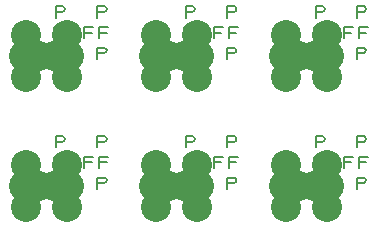
<source format=gbr>
G04 EasyPC Gerber Version 20.0.2 Build 4112 *
%FSLAX35Y35*%
%MOIN*%
%ADD15C,0.00500*%
%ADD14C,0.10000*%
X0Y0D02*
D02*
D14*
X8358Y15882D03*
Y59189D03*
X8969Y8992D03*
Y22772D03*
Y52299D03*
Y66079D03*
X13358Y15882D03*
Y59189D03*
X18358Y15882D03*
Y59189D03*
X22748Y8992D03*
Y22772D03*
Y52299D03*
Y66079D03*
X23358Y15882D03*
Y59189D03*
X51665Y15882D03*
Y59189D03*
X52276Y8992D03*
Y22772D03*
Y52299D03*
Y66079D03*
X56665Y15882D03*
Y59189D03*
X61665Y15882D03*
Y59189D03*
X66055Y8992D03*
Y22772D03*
Y52299D03*
Y66079D03*
X66665Y15882D03*
Y59189D03*
X94972Y15882D03*
Y59189D03*
X95583Y8992D03*
Y22772D03*
Y52299D03*
Y66079D03*
X99972Y15882D03*
Y59189D03*
X104972Y15882D03*
Y59189D03*
X109362Y8992D03*
Y22772D03*
Y52299D03*
Y66079D03*
X109972Y15882D03*
Y59189D03*
D02*
D15*
X18358Y21819D02*
Y25569D01*
X21483*
X20858Y23694D02*
X18358D01*
Y65126D02*
Y68876D01*
X21483*
X20858Y67002D02*
X18358D01*
X18969Y14930D02*
Y18680D01*
X21156*
X21781Y18367*
X22094Y17742*
X21781Y17117*
X21156Y16805*
X18969*
Y28709D02*
Y32459D01*
X21156*
X21781Y32147*
X22094Y31522*
X21781Y30897*
X21156Y30584*
X18969*
Y58237D02*
Y61987D01*
X21156*
X21781Y61674*
X22094Y61049*
X21781Y60424*
X21156Y60112*
X18969*
Y72016D02*
Y75766D01*
X21156*
X21781Y75454*
X22094Y74829*
X21781Y74204*
X21156Y73891*
X18969*
X23358Y21819D02*
Y25569D01*
X26483*
X25858Y23694D02*
X23358D01*
Y65126D02*
Y68876D01*
X26483*
X25858Y67002D02*
X23358D01*
X28358Y21819D02*
Y25569D01*
X31483*
X30858Y23694D02*
X28358D01*
Y65126D02*
Y68876D01*
X31483*
X30858Y67002D02*
X28358D01*
X32748Y14930D02*
Y18680D01*
X34935*
X35561Y18367*
X35873Y17742*
X35561Y17117*
X34935Y16805*
X32748*
Y28709D02*
Y32459D01*
X34935*
X35561Y32147*
X35873Y31522*
X35561Y30897*
X34935Y30584*
X32748*
Y58237D02*
Y61987D01*
X34935*
X35561Y61674*
X35873Y61049*
X35561Y60424*
X34935Y60112*
X32748*
Y72016D02*
Y75766D01*
X34935*
X35561Y75454*
X35873Y74829*
X35561Y74204*
X34935Y73891*
X32748*
X33358Y21819D02*
Y25569D01*
X36483*
X35858Y23694D02*
X33358D01*
Y65126D02*
Y68876D01*
X36483*
X35858Y67002D02*
X33358D01*
X61665Y21819D02*
Y25569D01*
X64791*
X64165Y23694D02*
X61665D01*
Y65126D02*
Y68876D01*
X64791*
X64165Y67002D02*
X61665D01*
X62276Y14930D02*
Y18680D01*
X64463*
X65088Y18367*
X65401Y17742*
X65088Y17117*
X64463Y16805*
X62276*
Y28709D02*
Y32459D01*
X64463*
X65088Y32147*
X65401Y31522*
X65088Y30897*
X64463Y30584*
X62276*
Y58237D02*
Y61987D01*
X64463*
X65088Y61674*
X65401Y61049*
X65088Y60424*
X64463Y60112*
X62276*
Y72016D02*
Y75766D01*
X64463*
X65088Y75454*
X65401Y74829*
X65088Y74204*
X64463Y73891*
X62276*
X66665Y21819D02*
Y25569D01*
X69791*
X69165Y23694D02*
X66665D01*
Y65126D02*
Y68876D01*
X69791*
X69165Y67002D02*
X66665D01*
X71665Y21819D02*
Y25569D01*
X74791*
X74165Y23694D02*
X71665D01*
Y65126D02*
Y68876D01*
X74791*
X74165Y67002D02*
X71665D01*
X76055Y14930D02*
Y18680D01*
X78243*
X78868Y18367*
X79180Y17742*
X78868Y17117*
X78243Y16805*
X76055*
Y28709D02*
Y32459D01*
X78243*
X78868Y32147*
X79180Y31522*
X78868Y30897*
X78243Y30584*
X76055*
Y58237D02*
Y61987D01*
X78243*
X78868Y61674*
X79180Y61049*
X78868Y60424*
X78243Y60112*
X76055*
Y72016D02*
Y75766D01*
X78243*
X78868Y75454*
X79180Y74829*
X78868Y74204*
X78243Y73891*
X76055*
X76665Y21819D02*
Y25569D01*
X79791*
X79165Y23694D02*
X76665D01*
Y65126D02*
Y68876D01*
X79791*
X79165Y67002D02*
X76665D01*
X104972Y21819D02*
Y25569D01*
X108098*
X107472Y23694D02*
X104972D01*
Y65126D02*
Y68876D01*
X108098*
X107472Y67002D02*
X104972D01*
X105583Y14930D02*
Y18680D01*
X107770*
X108395Y18367*
X108708Y17742*
X108395Y17117*
X107770Y16805*
X105583*
Y28709D02*
Y32459D01*
X107770*
X108395Y32147*
X108708Y31522*
X108395Y30897*
X107770Y30584*
X105583*
Y58237D02*
Y61987D01*
X107770*
X108395Y61674*
X108708Y61049*
X108395Y60424*
X107770Y60112*
X105583*
Y72016D02*
Y75766D01*
X107770*
X108395Y75454*
X108708Y74829*
X108395Y74204*
X107770Y73891*
X105583*
X109972Y21819D02*
Y25569D01*
X113098*
X112472Y23694D02*
X109972D01*
Y65126D02*
Y68876D01*
X113098*
X112472Y67002D02*
X109972D01*
X114972Y21819D02*
Y25569D01*
X118098*
X117472Y23694D02*
X114972D01*
Y65126D02*
Y68876D01*
X118098*
X117472Y67002D02*
X114972D01*
X119362Y14930D02*
Y18680D01*
X121550*
X122175Y18367*
X122487Y17742*
X122175Y17117*
X121550Y16805*
X119362*
Y28709D02*
Y32459D01*
X121550*
X122175Y32147*
X122487Y31522*
X122175Y30897*
X121550Y30584*
X119362*
Y58237D02*
Y61987D01*
X121550*
X122175Y61674*
X122487Y61049*
X122175Y60424*
X121550Y60112*
X119362*
Y72016D02*
Y75766D01*
X121550*
X122175Y75454*
X122487Y74829*
X122175Y74204*
X121550Y73891*
X119362*
X119972Y21819D02*
Y25569D01*
X123098*
X122472Y23694D02*
X119972D01*
Y65126D02*
Y68876D01*
X123098*
X122472Y67002D02*
X119972D01*
X0Y0D02*
M02*

</source>
